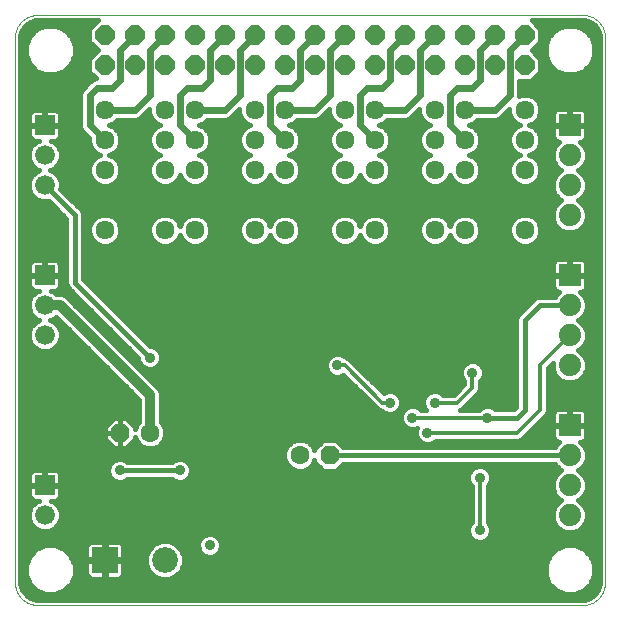
<source format=gbl>
G75*
%MOIN*%
%OFA0B0*%
%FSLAX24Y24*%
%IPPOS*%
%LPD*%
%AMOC8*
5,1,8,0,0,1.08239X$1,22.5*
%
%ADD10C,0.0000*%
%ADD11R,0.0740X0.0740*%
%ADD12C,0.0740*%
%ADD13R,0.0860X0.0860*%
%ADD14C,0.0860*%
%ADD15OC8,0.0630*%
%ADD16C,0.0630*%
%ADD17C,0.0634*%
%ADD18OC8,0.0640*%
%ADD19R,0.0660X0.0660*%
%ADD20C,0.0660*%
%ADD21C,0.0160*%
%ADD22C,0.0356*%
%ADD23C,0.0120*%
%ADD24C,0.0320*%
%ADD25C,0.0240*%
D10*
X000550Y001033D02*
X000550Y019144D01*
X000552Y019198D01*
X000557Y019251D01*
X000566Y019304D01*
X000579Y019356D01*
X000595Y019408D01*
X000615Y019458D01*
X000638Y019506D01*
X000665Y019553D01*
X000694Y019598D01*
X000727Y019641D01*
X000762Y019681D01*
X000800Y019719D01*
X000840Y019754D01*
X000883Y019787D01*
X000928Y019816D01*
X000975Y019843D01*
X001023Y019866D01*
X001073Y019886D01*
X001125Y019902D01*
X001177Y019915D01*
X001230Y019924D01*
X001283Y019929D01*
X001337Y019931D01*
X019448Y019931D01*
X019502Y019929D01*
X019555Y019924D01*
X019608Y019915D01*
X019660Y019902D01*
X019712Y019886D01*
X019762Y019866D01*
X019810Y019843D01*
X019857Y019816D01*
X019902Y019787D01*
X019945Y019754D01*
X019985Y019719D01*
X020023Y019681D01*
X020058Y019641D01*
X020091Y019598D01*
X020120Y019553D01*
X020147Y019506D01*
X020170Y019458D01*
X020190Y019408D01*
X020206Y019356D01*
X020219Y019304D01*
X020228Y019251D01*
X020233Y019198D01*
X020235Y019144D01*
X020235Y001033D01*
X020233Y000979D01*
X020228Y000926D01*
X020219Y000873D01*
X020206Y000821D01*
X020190Y000769D01*
X020170Y000719D01*
X020147Y000671D01*
X020120Y000624D01*
X020091Y000579D01*
X020058Y000536D01*
X020023Y000496D01*
X019985Y000458D01*
X019945Y000423D01*
X019902Y000390D01*
X019857Y000361D01*
X019810Y000334D01*
X019762Y000311D01*
X019712Y000291D01*
X019660Y000275D01*
X019608Y000262D01*
X019555Y000253D01*
X019502Y000248D01*
X019448Y000246D01*
X001337Y000246D01*
X001283Y000248D01*
X001230Y000253D01*
X001177Y000262D01*
X001125Y000275D01*
X001073Y000291D01*
X001023Y000311D01*
X000975Y000334D01*
X000928Y000361D01*
X000883Y000390D01*
X000840Y000423D01*
X000800Y000458D01*
X000762Y000496D01*
X000727Y000536D01*
X000694Y000579D01*
X000665Y000624D01*
X000638Y000671D01*
X000615Y000719D01*
X000595Y000769D01*
X000579Y000821D01*
X000566Y000873D01*
X000557Y000926D01*
X000552Y000979D01*
X000550Y001033D01*
D11*
X019050Y006246D03*
X019050Y011246D03*
X019050Y016246D03*
D12*
X019050Y015246D03*
X019050Y014246D03*
X019050Y013246D03*
X019050Y010246D03*
X019050Y009246D03*
X019050Y008246D03*
X019050Y005246D03*
X019050Y004246D03*
X019050Y003246D03*
D13*
X003550Y001746D03*
D14*
X005550Y001746D03*
D15*
X004050Y005996D03*
X011050Y005246D03*
D16*
X010050Y005246D03*
X005050Y005996D03*
D17*
X005550Y012746D03*
X006550Y012746D03*
X006550Y014746D03*
X006550Y015746D03*
X006550Y016746D03*
X005550Y016746D03*
X005550Y015746D03*
X005550Y014746D03*
X003550Y014746D03*
X003550Y015746D03*
X003550Y016746D03*
X003550Y012746D03*
X008550Y012746D03*
X009550Y012746D03*
X009550Y014746D03*
X009550Y015746D03*
X008550Y015746D03*
X008550Y014746D03*
X008550Y016746D03*
X009550Y016746D03*
X011550Y016746D03*
X012550Y016746D03*
X012550Y015746D03*
X012550Y014746D03*
X011550Y014746D03*
X011550Y015746D03*
X014550Y015746D03*
X014550Y014746D03*
X015550Y014746D03*
X015550Y015746D03*
X015550Y016746D03*
X014550Y016746D03*
X017550Y016746D03*
X017550Y015746D03*
X017550Y014746D03*
X017550Y012746D03*
X015550Y012746D03*
X014550Y012746D03*
X012550Y012746D03*
X011550Y012746D03*
D18*
X011550Y018246D03*
X011550Y019246D03*
X010550Y019246D03*
X009550Y019246D03*
X008550Y019246D03*
X007550Y019246D03*
X006550Y019246D03*
X005550Y019246D03*
X004550Y019246D03*
X003550Y019246D03*
X003550Y018246D03*
X004550Y018246D03*
X005550Y018246D03*
X006550Y018246D03*
X007550Y018246D03*
X008550Y018246D03*
X009550Y018246D03*
X010550Y018246D03*
X012550Y018246D03*
X012550Y019246D03*
X013550Y019246D03*
X014550Y019246D03*
X015550Y019246D03*
X016550Y019246D03*
X017550Y019246D03*
X017550Y018246D03*
X016550Y018246D03*
X015550Y018246D03*
X014550Y018246D03*
X013550Y018246D03*
D19*
X001550Y016246D03*
X001550Y011246D03*
X001550Y004246D03*
D20*
X001550Y003246D03*
X001550Y009246D03*
X001550Y010246D03*
X001550Y014246D03*
X001550Y015246D03*
D21*
X000796Y000758D02*
X000908Y000604D01*
X001062Y000492D01*
X001242Y000433D01*
X001337Y000426D01*
X019448Y000426D01*
X019543Y000433D01*
X019723Y000492D01*
X019877Y000604D01*
X019989Y000758D01*
X020048Y000938D01*
X020055Y001033D01*
X020055Y019144D01*
X020048Y019239D01*
X019989Y019419D01*
X019877Y019573D01*
X019723Y019685D01*
X019543Y019744D01*
X019448Y019751D01*
X017780Y019751D01*
X018070Y019461D01*
X018070Y019031D01*
X017785Y018746D01*
X018070Y018461D01*
X018070Y018031D01*
X017765Y017726D01*
X017370Y017726D01*
X017370Y017231D01*
X017447Y017263D01*
X017653Y017263D01*
X017843Y017184D01*
X017988Y017039D01*
X018067Y016849D01*
X018067Y016643D01*
X017988Y016453D01*
X017843Y016308D01*
X017693Y016246D01*
X017843Y016184D01*
X017988Y016039D01*
X018067Y015849D01*
X018067Y015643D01*
X017988Y015453D01*
X017843Y015308D01*
X017693Y015246D01*
X017843Y015184D01*
X017988Y015039D01*
X018067Y014849D01*
X018067Y014643D01*
X017988Y014453D01*
X017843Y014308D01*
X017653Y014229D01*
X017447Y014229D01*
X017257Y014308D01*
X017112Y014453D01*
X017033Y014643D01*
X017033Y014849D01*
X017112Y015039D01*
X017257Y015184D01*
X017407Y015246D01*
X017257Y015308D01*
X017112Y015453D01*
X017033Y015643D01*
X017033Y015849D01*
X017112Y016039D01*
X017257Y016184D01*
X017407Y016246D01*
X017257Y016308D01*
X017112Y016453D01*
X017033Y016643D01*
X017033Y016777D01*
X016731Y016475D01*
X016614Y016426D01*
X015961Y016426D01*
X015843Y016308D01*
X015693Y016246D01*
X015843Y016184D01*
X015988Y016039D01*
X016067Y015849D01*
X016067Y015643D01*
X015988Y015453D01*
X015843Y015308D01*
X015693Y015246D01*
X015843Y015184D01*
X015988Y015039D01*
X016067Y014849D01*
X016067Y014643D01*
X015988Y014453D01*
X015843Y014308D01*
X015653Y014229D01*
X015447Y014229D01*
X015257Y014308D01*
X015112Y014453D01*
X015050Y014603D01*
X014988Y014453D01*
X014843Y014308D01*
X014653Y014229D01*
X014447Y014229D01*
X014257Y014308D01*
X014112Y014453D01*
X014033Y014643D01*
X014033Y014849D01*
X014112Y015039D01*
X014257Y015184D01*
X014407Y015246D01*
X014257Y015308D01*
X014112Y015453D01*
X014033Y015643D01*
X014033Y015849D01*
X014112Y016039D01*
X014257Y016184D01*
X014407Y016246D01*
X014257Y016308D01*
X014112Y016453D01*
X014033Y016643D01*
X014033Y016777D01*
X013731Y016475D01*
X013614Y016426D01*
X012961Y016426D01*
X012843Y016308D01*
X012693Y016246D01*
X012843Y016184D01*
X012988Y016039D01*
X013067Y015849D01*
X013067Y015643D01*
X012988Y015453D01*
X012843Y015308D01*
X012693Y015246D01*
X012843Y015184D01*
X012988Y015039D01*
X013067Y014849D01*
X013067Y014643D01*
X012988Y014453D01*
X012843Y014308D01*
X012653Y014229D01*
X012447Y014229D01*
X012257Y014308D01*
X012112Y014453D01*
X012050Y014603D01*
X011988Y014453D01*
X011843Y014308D01*
X011653Y014229D01*
X011447Y014229D01*
X011257Y014308D01*
X011112Y014453D01*
X011033Y014643D01*
X011033Y014849D01*
X011112Y015039D01*
X011257Y015184D01*
X011407Y015246D01*
X011257Y015308D01*
X011112Y015453D01*
X011033Y015643D01*
X011033Y015849D01*
X011112Y016039D01*
X011257Y016184D01*
X011407Y016246D01*
X011257Y016308D01*
X011112Y016453D01*
X011033Y016643D01*
X011033Y016777D01*
X010731Y016475D01*
X010614Y016426D01*
X009961Y016426D01*
X009843Y016308D01*
X009693Y016246D01*
X009843Y016184D01*
X009988Y016039D01*
X010067Y015849D01*
X010067Y015643D01*
X009988Y015453D01*
X009843Y015308D01*
X009693Y015246D01*
X009843Y015184D01*
X009988Y015039D01*
X010067Y014849D01*
X010067Y014643D01*
X009988Y014453D01*
X009843Y014308D01*
X009653Y014229D01*
X009447Y014229D01*
X009257Y014308D01*
X009112Y014453D01*
X009050Y014603D01*
X008988Y014453D01*
X008843Y014308D01*
X008653Y014229D01*
X008447Y014229D01*
X008257Y014308D01*
X008112Y014453D01*
X008033Y014643D01*
X008033Y014849D01*
X008112Y015039D01*
X008257Y015184D01*
X008407Y015246D01*
X008257Y015308D01*
X008112Y015453D01*
X008033Y015643D01*
X008033Y015849D01*
X008112Y016039D01*
X008257Y016184D01*
X008407Y016246D01*
X008257Y016308D01*
X008112Y016453D01*
X008033Y016643D01*
X008033Y016777D01*
X007731Y016475D01*
X007614Y016426D01*
X006961Y016426D01*
X006843Y016308D01*
X006693Y016246D01*
X006843Y016184D01*
X006988Y016039D01*
X007067Y015849D01*
X007067Y015643D01*
X006988Y015453D01*
X006843Y015308D01*
X006693Y015246D01*
X006843Y015184D01*
X006988Y015039D01*
X007067Y014849D01*
X007067Y014643D01*
X006988Y014453D01*
X006843Y014308D01*
X006653Y014229D01*
X006447Y014229D01*
X006257Y014308D01*
X006112Y014453D01*
X006050Y014603D01*
X005988Y014453D01*
X005843Y014308D01*
X005653Y014229D01*
X005447Y014229D01*
X005257Y014308D01*
X005112Y014453D01*
X005033Y014643D01*
X005033Y014849D01*
X005112Y015039D01*
X005257Y015184D01*
X005407Y015246D01*
X005257Y015308D01*
X005112Y015453D01*
X005033Y015643D01*
X005033Y015849D01*
X005112Y016039D01*
X005257Y016184D01*
X005407Y016246D01*
X005257Y016308D01*
X005112Y016453D01*
X005033Y016643D01*
X005033Y016777D01*
X004731Y016475D01*
X004614Y016426D01*
X003961Y016426D01*
X003843Y016308D01*
X003693Y016246D01*
X003843Y016184D01*
X003988Y016039D01*
X004067Y015849D01*
X004067Y015643D01*
X003988Y015453D01*
X003843Y015308D01*
X003693Y015246D01*
X003843Y015184D01*
X003988Y015039D01*
X004067Y014849D01*
X004067Y014643D01*
X003988Y014453D01*
X003843Y014308D01*
X003653Y014229D01*
X003447Y014229D01*
X003257Y014308D01*
X003112Y014453D01*
X003033Y014643D01*
X003033Y014849D01*
X003112Y015039D01*
X003257Y015184D01*
X003407Y015246D01*
X003257Y015308D01*
X003112Y015453D01*
X003033Y015643D01*
X003033Y015810D01*
X002869Y015975D01*
X002779Y016065D01*
X002730Y016182D01*
X002730Y017310D01*
X002779Y017427D01*
X003029Y017677D01*
X003119Y017767D01*
X003236Y017816D01*
X003245Y017816D01*
X003030Y018031D01*
X003030Y018461D01*
X003315Y018746D01*
X003030Y019031D01*
X003030Y019461D01*
X003320Y019751D01*
X001337Y019751D01*
X001242Y019744D01*
X001062Y019685D01*
X000908Y019573D01*
X000796Y019419D01*
X000796Y019419D01*
X000737Y019239D01*
X000730Y019144D01*
X000730Y001033D01*
X000737Y000938D01*
X000796Y000758D01*
X000822Y000721D02*
X001318Y000721D01*
X001272Y000740D02*
X001570Y000617D01*
X001892Y000617D01*
X002190Y000740D01*
X002418Y000968D01*
X002541Y001266D01*
X002541Y001588D01*
X002418Y001886D01*
X002190Y002114D01*
X001892Y002237D01*
X001570Y002237D01*
X001272Y002114D01*
X001044Y001886D01*
X000921Y001588D01*
X000921Y001266D01*
X001044Y000968D01*
X001272Y000740D01*
X001133Y000880D02*
X000756Y000880D01*
X000730Y001038D02*
X001015Y001038D01*
X000950Y001197D02*
X000730Y001197D01*
X000730Y001355D02*
X000921Y001355D01*
X000921Y001514D02*
X000730Y001514D01*
X000730Y001672D02*
X000956Y001672D01*
X001022Y001831D02*
X000730Y001831D01*
X000730Y001989D02*
X001148Y001989D01*
X001355Y002148D02*
X000730Y002148D01*
X000730Y002306D02*
X002996Y002306D01*
X003009Y002320D02*
X002976Y002287D01*
X002952Y002245D01*
X002940Y002200D01*
X002940Y001774D01*
X003522Y001774D01*
X003522Y002356D01*
X003096Y002356D01*
X003051Y002344D01*
X003009Y002320D01*
X002940Y002148D02*
X002107Y002148D01*
X002314Y001989D02*
X002940Y001989D01*
X002940Y001831D02*
X002440Y001831D01*
X002506Y001672D02*
X002940Y001672D01*
X002940Y001718D02*
X002940Y001292D01*
X002952Y001247D01*
X002976Y001205D01*
X003009Y001172D01*
X003051Y001148D01*
X003096Y001136D01*
X003522Y001136D01*
X003522Y001718D01*
X003578Y001718D01*
X003578Y001136D01*
X004004Y001136D01*
X004049Y001148D01*
X004091Y001172D01*
X004124Y001205D01*
X004148Y001247D01*
X004160Y001292D01*
X004160Y001718D01*
X003578Y001718D01*
X003578Y001774D01*
X003522Y001774D01*
X003522Y001718D01*
X002940Y001718D01*
X002940Y001514D02*
X002541Y001514D01*
X002541Y001355D02*
X002940Y001355D01*
X002984Y001197D02*
X002512Y001197D01*
X002447Y001038D02*
X018338Y001038D01*
X018367Y000968D02*
X018595Y000740D01*
X018893Y000617D01*
X019215Y000617D01*
X019513Y000740D01*
X019741Y000968D01*
X019864Y001266D01*
X019864Y001588D01*
X019741Y001886D01*
X019513Y002114D01*
X019215Y002237D01*
X018893Y002237D01*
X018595Y002114D01*
X018367Y001886D01*
X018244Y001588D01*
X018244Y001266D01*
X018367Y000968D01*
X018456Y000880D02*
X002329Y000880D01*
X002144Y000721D02*
X018641Y000721D01*
X018273Y001197D02*
X005871Y001197D01*
X005907Y001212D02*
X006084Y001389D01*
X006180Y001621D01*
X006180Y001871D01*
X006084Y002103D01*
X005907Y002280D01*
X005675Y002376D01*
X005425Y002376D01*
X005193Y002280D01*
X005016Y002103D01*
X004920Y001871D01*
X004920Y001621D01*
X005016Y001389D01*
X005193Y001212D01*
X005425Y001116D01*
X005675Y001116D01*
X005907Y001212D01*
X006050Y001355D02*
X018244Y001355D01*
X018244Y001514D02*
X006136Y001514D01*
X006180Y001672D02*
X018279Y001672D01*
X018345Y001831D02*
X006180Y001831D01*
X006131Y001989D02*
X006772Y001989D01*
X006729Y002032D02*
X006836Y001925D01*
X006975Y001868D01*
X007125Y001868D01*
X007264Y001925D01*
X007371Y002032D01*
X007428Y002171D01*
X007428Y002321D01*
X007371Y002460D01*
X007264Y002567D01*
X007125Y002624D01*
X006975Y002624D01*
X006836Y002567D01*
X006729Y002460D01*
X006672Y002321D01*
X006672Y002171D01*
X006729Y002032D01*
X006681Y002148D02*
X006039Y002148D01*
X005843Y002306D02*
X006672Y002306D01*
X006734Y002465D02*
X000730Y002465D01*
X000730Y002624D02*
X006973Y002624D01*
X007127Y002624D02*
X015691Y002624D01*
X015672Y002671D02*
X015729Y002532D01*
X015836Y002425D01*
X015975Y002368D01*
X016125Y002368D01*
X016264Y002425D01*
X016371Y002532D01*
X016428Y002671D01*
X016428Y002821D01*
X016371Y002960D01*
X016310Y003021D01*
X016310Y004221D01*
X016371Y004282D01*
X016428Y004421D01*
X016428Y004571D01*
X016371Y004710D01*
X016264Y004817D01*
X016125Y004874D01*
X015975Y004874D01*
X015836Y004817D01*
X015729Y004710D01*
X015672Y004571D01*
X015672Y004421D01*
X015729Y004282D01*
X015790Y004221D01*
X015790Y003021D01*
X015729Y002960D01*
X015672Y002821D01*
X015672Y002671D01*
X015672Y002782D02*
X001815Y002782D01*
X001850Y002797D02*
X001999Y002946D01*
X002080Y003141D01*
X002080Y003351D01*
X001999Y003546D01*
X001850Y003695D01*
X001752Y003736D01*
X001904Y003736D01*
X001949Y003748D01*
X001991Y003772D01*
X002024Y003805D01*
X002048Y003847D01*
X002060Y003892D01*
X002060Y004228D01*
X001568Y004228D01*
X001568Y004264D01*
X002060Y004264D01*
X002060Y004600D01*
X002048Y004645D01*
X002024Y004687D01*
X001991Y004720D01*
X001949Y004744D01*
X001904Y004756D01*
X001568Y004756D01*
X001568Y004264D01*
X001532Y004264D01*
X001532Y004228D01*
X001040Y004228D01*
X001040Y003892D01*
X001052Y003847D01*
X001076Y003805D01*
X001109Y003772D01*
X001151Y003748D01*
X001196Y003736D01*
X001348Y003736D01*
X001250Y003695D01*
X001101Y003546D01*
X001020Y003351D01*
X001020Y003141D01*
X001101Y002946D01*
X001250Y002797D01*
X001445Y002716D01*
X001655Y002716D01*
X001850Y002797D01*
X001994Y002941D02*
X015721Y002941D01*
X015790Y003099D02*
X002063Y003099D01*
X002080Y003258D02*
X015790Y003258D01*
X015790Y003416D02*
X002053Y003416D01*
X001971Y003575D02*
X015790Y003575D01*
X015790Y003733D02*
X001759Y003733D01*
X002060Y003892D02*
X015790Y003892D01*
X015790Y004050D02*
X002060Y004050D01*
X002060Y004209D02*
X015790Y004209D01*
X015694Y004367D02*
X002060Y004367D01*
X002060Y004526D02*
X003736Y004526D01*
X003729Y004532D02*
X003836Y004425D01*
X003975Y004368D01*
X004125Y004368D01*
X004264Y004425D01*
X004305Y004466D01*
X005795Y004466D01*
X005836Y004425D01*
X005975Y004368D01*
X006125Y004368D01*
X006264Y004425D01*
X006371Y004532D01*
X006428Y004671D01*
X006428Y004821D01*
X006371Y004960D01*
X006264Y005067D01*
X006125Y005124D01*
X005975Y005124D01*
X005836Y005067D01*
X005795Y005026D01*
X004305Y005026D01*
X004264Y005067D01*
X004125Y005124D01*
X003975Y005124D01*
X003836Y005067D01*
X003729Y004960D01*
X003672Y004821D01*
X003672Y004671D01*
X003729Y004532D01*
X003672Y004684D02*
X002025Y004684D01*
X001568Y004684D02*
X001532Y004684D01*
X001532Y004756D02*
X001196Y004756D01*
X001151Y004744D01*
X001109Y004720D01*
X001076Y004687D01*
X001052Y004645D01*
X001040Y004600D01*
X001040Y004264D01*
X001532Y004264D01*
X001532Y004756D01*
X001532Y004526D02*
X001568Y004526D01*
X001568Y004367D02*
X001532Y004367D01*
X001075Y004684D02*
X000730Y004684D01*
X000730Y004526D02*
X001040Y004526D01*
X001040Y004367D02*
X000730Y004367D01*
X000730Y004209D02*
X001040Y004209D01*
X001040Y004050D02*
X000730Y004050D01*
X000730Y003892D02*
X001040Y003892D01*
X001129Y003575D02*
X000730Y003575D01*
X000730Y003733D02*
X001341Y003733D01*
X001047Y003416D02*
X000730Y003416D01*
X000730Y003258D02*
X001020Y003258D01*
X001037Y003099D02*
X000730Y003099D01*
X000730Y002941D02*
X001106Y002941D01*
X001285Y002782D02*
X000730Y002782D01*
X000730Y004843D02*
X003681Y004843D01*
X003770Y005001D02*
X000730Y005001D01*
X000730Y005160D02*
X009535Y005160D01*
X009535Y005144D02*
X009613Y004954D01*
X009758Y004809D01*
X009948Y004731D01*
X010152Y004731D01*
X010342Y004809D01*
X010487Y004954D01*
X010535Y005071D01*
X010535Y005033D01*
X010837Y004731D01*
X011263Y004731D01*
X011498Y004966D01*
X018549Y004966D01*
X018567Y004923D01*
X018727Y004763D01*
X018768Y004746D01*
X018727Y004729D01*
X018567Y004569D01*
X018480Y004359D01*
X018480Y004133D01*
X018567Y003923D01*
X018727Y003763D01*
X018768Y003746D01*
X018727Y003729D01*
X018567Y003569D01*
X018480Y003359D01*
X018480Y003133D01*
X018567Y002923D01*
X018727Y002763D01*
X018937Y002676D01*
X019163Y002676D01*
X019373Y002763D01*
X019533Y002923D01*
X019620Y003133D01*
X019620Y003359D01*
X019533Y003569D01*
X019373Y003729D01*
X019332Y003746D01*
X019373Y003763D01*
X019533Y003923D01*
X019620Y004133D01*
X019620Y004359D01*
X019533Y004569D01*
X019373Y004729D01*
X019332Y004746D01*
X019373Y004763D01*
X019533Y004923D01*
X019620Y005133D01*
X019620Y005359D01*
X019533Y005569D01*
X019406Y005696D01*
X019444Y005696D01*
X019489Y005708D01*
X019531Y005732D01*
X019564Y005765D01*
X019588Y005807D01*
X019600Y005852D01*
X019600Y006226D01*
X019070Y006226D01*
X019070Y006266D01*
X019030Y006266D01*
X019030Y006796D01*
X018656Y006796D01*
X018611Y006784D01*
X018569Y006760D01*
X018536Y006727D01*
X018512Y006685D01*
X018500Y006640D01*
X018500Y006266D01*
X019030Y006266D01*
X019030Y006226D01*
X018500Y006226D01*
X018500Y005852D01*
X018512Y005807D01*
X018536Y005765D01*
X018569Y005732D01*
X018611Y005708D01*
X018656Y005696D01*
X018694Y005696D01*
X018567Y005569D01*
X018549Y005526D01*
X011498Y005526D01*
X011263Y005761D01*
X010837Y005761D01*
X010535Y005459D01*
X010535Y005421D01*
X010487Y005538D01*
X010342Y005683D01*
X010152Y005761D01*
X009948Y005761D01*
X009758Y005683D01*
X009613Y005538D01*
X009535Y005348D01*
X009535Y005144D01*
X009594Y005001D02*
X006330Y005001D01*
X006419Y004843D02*
X009725Y004843D01*
X009535Y005318D02*
X000730Y005318D01*
X000730Y005477D02*
X009588Y005477D01*
X009711Y005635D02*
X005417Y005635D01*
X005487Y005704D02*
X005342Y005559D01*
X005152Y005481D01*
X004948Y005481D01*
X004758Y005559D01*
X004613Y005704D01*
X004545Y005869D01*
X004545Y005791D01*
X004255Y005501D01*
X004050Y005501D01*
X004050Y005996D01*
X004050Y005996D01*
X004050Y006491D01*
X004255Y006491D01*
X004545Y006201D01*
X004545Y006123D01*
X004613Y006288D01*
X004690Y006364D01*
X004690Y007097D01*
X001920Y009867D01*
X001850Y009797D01*
X001728Y009746D01*
X001850Y009695D01*
X001999Y009546D01*
X002080Y009351D01*
X002080Y009141D01*
X001999Y008946D01*
X001850Y008797D01*
X001655Y008716D01*
X001445Y008716D01*
X001250Y008797D01*
X001101Y008946D01*
X001020Y009141D01*
X001020Y009351D01*
X001101Y009546D01*
X001250Y009695D01*
X001372Y009746D01*
X001250Y009797D01*
X001101Y009946D01*
X001020Y010141D01*
X001020Y010351D01*
X001101Y010546D01*
X001250Y010695D01*
X001348Y010736D01*
X001196Y010736D01*
X001151Y010748D01*
X001109Y010772D01*
X001076Y010805D01*
X001052Y010847D01*
X001040Y010892D01*
X001040Y011226D01*
X001530Y011226D01*
X001530Y011266D01*
X001530Y011756D01*
X001196Y011756D01*
X001151Y011744D01*
X001109Y011720D01*
X001076Y011687D01*
X001052Y011645D01*
X001040Y011600D01*
X001040Y011266D01*
X001530Y011266D01*
X001570Y011266D01*
X001570Y011756D01*
X001904Y011756D01*
X001949Y011744D01*
X001991Y011720D01*
X002024Y011687D01*
X002048Y011645D01*
X002060Y011600D01*
X002060Y011266D01*
X001570Y011266D01*
X001570Y011226D01*
X002060Y011226D01*
X002060Y010892D01*
X002048Y010847D01*
X002024Y010805D01*
X001991Y010772D01*
X001949Y010748D01*
X001904Y010736D01*
X001752Y010736D01*
X001850Y010695D01*
X001940Y010606D01*
X002122Y010606D01*
X002254Y010551D01*
X002355Y010450D01*
X002355Y010450D01*
X005355Y007450D01*
X005410Y007318D01*
X005410Y006364D01*
X005487Y006288D01*
X005565Y006098D01*
X005565Y005894D01*
X005487Y005704D01*
X005524Y005794D02*
X013975Y005794D01*
X013979Y005782D02*
X014086Y005675D01*
X014225Y005618D01*
X014375Y005618D01*
X014514Y005675D01*
X014575Y005736D01*
X017352Y005736D01*
X017447Y005776D01*
X018197Y006526D01*
X018270Y006599D01*
X018310Y006694D01*
X018310Y008138D01*
X018480Y008308D01*
X018480Y008133D01*
X018567Y007923D01*
X018727Y007763D01*
X018937Y007676D01*
X019163Y007676D01*
X019373Y007763D01*
X019533Y007923D01*
X019620Y008133D01*
X019620Y008359D01*
X019533Y008569D01*
X019373Y008729D01*
X019332Y008746D01*
X019373Y008763D01*
X019533Y008923D01*
X019620Y009133D01*
X019620Y009359D01*
X019533Y009569D01*
X019373Y009729D01*
X019332Y009746D01*
X019373Y009763D01*
X019533Y009923D01*
X019620Y010133D01*
X019620Y010359D01*
X019533Y010569D01*
X019406Y010696D01*
X019444Y010696D01*
X019489Y010708D01*
X019531Y010732D01*
X019564Y010765D01*
X019588Y010807D01*
X019600Y010852D01*
X019600Y011226D01*
X019070Y011226D01*
X019070Y011266D01*
X019030Y011266D01*
X019030Y011796D01*
X018656Y011796D01*
X018611Y011784D01*
X018569Y011760D01*
X018536Y011727D01*
X018512Y011685D01*
X018500Y011640D01*
X018500Y011266D01*
X019030Y011266D01*
X019030Y011226D01*
X018500Y011226D01*
X018500Y010852D01*
X018512Y010807D01*
X018536Y010765D01*
X018569Y010732D01*
X018611Y010708D01*
X018656Y010696D01*
X018694Y010696D01*
X018567Y010569D01*
X018549Y010526D01*
X017994Y010526D01*
X017891Y010483D01*
X017813Y010405D01*
X017313Y009905D01*
X017270Y009802D01*
X017270Y006862D01*
X017184Y006776D01*
X016555Y006776D01*
X016514Y006817D01*
X016375Y006874D01*
X016225Y006874D01*
X016086Y006817D01*
X016025Y006756D01*
X015400Y006756D01*
X015447Y006776D01*
X015947Y007276D01*
X016020Y007349D01*
X016060Y007444D01*
X016060Y007721D01*
X016121Y007782D01*
X016178Y007921D01*
X016178Y008071D01*
X016121Y008210D01*
X016014Y008317D01*
X015875Y008374D01*
X015725Y008374D01*
X015586Y008317D01*
X015479Y008210D01*
X015422Y008071D01*
X015422Y007921D01*
X015479Y007782D01*
X015540Y007721D01*
X015540Y007604D01*
X015192Y007256D01*
X014825Y007256D01*
X014764Y007317D01*
X014625Y007374D01*
X014475Y007374D01*
X014336Y007317D01*
X014229Y007210D01*
X014172Y007071D01*
X014172Y006921D01*
X014229Y006782D01*
X014255Y006756D01*
X014075Y006756D01*
X014014Y006817D01*
X013875Y006874D01*
X013725Y006874D01*
X013586Y006817D01*
X013479Y006710D01*
X013422Y006571D01*
X013422Y006421D01*
X013479Y006282D01*
X013586Y006175D01*
X013725Y006118D01*
X013875Y006118D01*
X013955Y006151D01*
X013922Y006071D01*
X013922Y005921D01*
X013979Y005782D01*
X013922Y005952D02*
X005565Y005952D01*
X005560Y006111D02*
X013938Y006111D01*
X013492Y006269D02*
X005494Y006269D01*
X005410Y006428D02*
X013422Y006428D01*
X013428Y006586D02*
X005410Y006586D01*
X005410Y006745D02*
X012728Y006745D01*
X012748Y006736D02*
X012775Y006736D01*
X012836Y006675D01*
X012975Y006618D01*
X013125Y006618D01*
X013264Y006675D01*
X013371Y006782D01*
X013428Y006921D01*
X013428Y007071D01*
X013371Y007210D01*
X013264Y007317D01*
X013125Y007374D01*
X012975Y007374D01*
X012844Y007320D01*
X011770Y008393D01*
X011697Y008466D01*
X011602Y008506D01*
X011575Y008506D01*
X011514Y008567D01*
X011375Y008624D01*
X011225Y008624D01*
X011086Y008567D01*
X010979Y008460D01*
X010922Y008321D01*
X010922Y008171D01*
X005253Y008171D01*
X005264Y008175D02*
X005371Y008282D01*
X005428Y008421D01*
X005428Y008571D01*
X005371Y008710D01*
X005264Y008817D01*
X005125Y008874D01*
X005068Y008874D01*
X002830Y011112D01*
X002830Y013302D01*
X002787Y013405D01*
X002072Y014120D01*
X002080Y014141D01*
X002080Y014351D01*
X001999Y014546D01*
X001850Y014695D01*
X001728Y014746D01*
X001850Y014797D01*
X001999Y014946D01*
X002080Y015141D01*
X002080Y015351D01*
X001999Y015546D01*
X001850Y015695D01*
X001752Y015736D01*
X001904Y015736D01*
X001949Y015748D01*
X001991Y015772D01*
X002024Y015805D01*
X002048Y015847D01*
X002060Y015892D01*
X002060Y016226D01*
X001570Y016226D01*
X001570Y016266D01*
X001530Y016266D01*
X001530Y016756D01*
X001196Y016756D01*
X001151Y016744D01*
X001109Y016720D01*
X001076Y016687D01*
X001052Y016645D01*
X001040Y016600D01*
X001040Y016266D01*
X001530Y016266D01*
X001530Y016226D01*
X001040Y016226D01*
X001040Y015892D01*
X001052Y015847D01*
X001076Y015805D01*
X001109Y015772D01*
X001151Y015748D01*
X001196Y015736D01*
X001348Y015736D01*
X001250Y015695D01*
X001101Y015546D01*
X001020Y015351D01*
X001020Y015141D01*
X001101Y014946D01*
X001250Y014797D01*
X001372Y014746D01*
X001250Y014695D01*
X001101Y014546D01*
X001020Y014351D01*
X001020Y014141D01*
X001101Y013946D01*
X001250Y013797D01*
X001445Y013716D01*
X001655Y013716D01*
X001676Y013724D01*
X002270Y013130D01*
X002270Y010940D01*
X002313Y010837D01*
X002391Y010759D01*
X004672Y008478D01*
X004672Y008421D01*
X004729Y008282D01*
X004836Y008175D01*
X004975Y008118D01*
X005125Y008118D01*
X005264Y008175D01*
X005390Y008330D02*
X010925Y008330D01*
X010922Y008171D02*
X010979Y008032D01*
X011086Y007925D01*
X011225Y007868D01*
X011375Y007868D01*
X011506Y007922D01*
X012653Y006776D01*
X012748Y006736D01*
X012525Y006903D02*
X005410Y006903D01*
X005410Y007062D02*
X012367Y007062D01*
X012208Y007220D02*
X005410Y007220D01*
X005385Y007379D02*
X012050Y007379D01*
X011891Y007537D02*
X005268Y007537D01*
X005110Y007696D02*
X011733Y007696D01*
X011574Y007854D02*
X004951Y007854D01*
X004793Y008013D02*
X010999Y008013D01*
X011007Y008488D02*
X005428Y008488D01*
X005397Y008647D02*
X017270Y008647D01*
X017270Y008805D02*
X005276Y008805D01*
X004978Y008964D02*
X017270Y008964D01*
X017270Y009122D02*
X004820Y009122D01*
X004661Y009281D02*
X017270Y009281D01*
X017270Y009439D02*
X004503Y009439D01*
X004344Y009598D02*
X017270Y009598D01*
X017270Y009756D02*
X004186Y009756D01*
X004027Y009915D02*
X017323Y009915D01*
X017481Y010073D02*
X003869Y010073D01*
X003710Y010232D02*
X017640Y010232D01*
X017798Y010390D02*
X003552Y010390D01*
X003393Y010549D02*
X018558Y010549D01*
X018615Y010707D02*
X003235Y010707D01*
X003076Y010866D02*
X018500Y010866D01*
X018500Y011024D02*
X002918Y011024D01*
X002830Y011183D02*
X018500Y011183D01*
X018500Y011341D02*
X002830Y011341D01*
X002830Y011500D02*
X018500Y011500D01*
X018505Y011658D02*
X002830Y011658D01*
X002830Y011817D02*
X020055Y011817D01*
X020055Y011975D02*
X002830Y011975D01*
X002830Y012134D02*
X020055Y012134D01*
X020055Y012292D02*
X017805Y012292D01*
X017843Y012308D02*
X017988Y012453D01*
X018067Y012643D01*
X018067Y012849D01*
X017988Y013039D01*
X017843Y013184D01*
X017653Y013263D01*
X017447Y013263D01*
X017257Y013184D01*
X017112Y013039D01*
X017033Y012849D01*
X017033Y012643D01*
X017112Y012453D01*
X017257Y012308D01*
X017447Y012229D01*
X017653Y012229D01*
X017843Y012308D01*
X017985Y012451D02*
X020055Y012451D01*
X020055Y012609D02*
X018053Y012609D01*
X018067Y012768D02*
X018722Y012768D01*
X018727Y012763D02*
X018937Y012676D01*
X019163Y012676D01*
X019373Y012763D01*
X019533Y012923D01*
X019620Y013133D01*
X019620Y013359D01*
X019533Y013569D01*
X019373Y013729D01*
X019332Y013746D01*
X019373Y013763D01*
X019533Y013923D01*
X019620Y014133D01*
X019620Y014359D01*
X019533Y014569D01*
X019373Y014729D01*
X019332Y014746D01*
X019373Y014763D01*
X019533Y014923D01*
X019620Y015133D01*
X019620Y015359D01*
X019533Y015569D01*
X019406Y015696D01*
X019444Y015696D01*
X019489Y015708D01*
X019531Y015732D01*
X019564Y015765D01*
X019588Y015807D01*
X019600Y015852D01*
X019600Y016226D01*
X019070Y016226D01*
X019070Y016266D01*
X019030Y016266D01*
X019030Y016796D01*
X018656Y016796D01*
X018611Y016784D01*
X018569Y016760D01*
X018536Y016727D01*
X018512Y016685D01*
X018500Y016640D01*
X018500Y016266D01*
X019030Y016266D01*
X019030Y016226D01*
X018500Y016226D01*
X018500Y015852D01*
X018512Y015807D01*
X018536Y015765D01*
X018569Y015732D01*
X018611Y015708D01*
X018656Y015696D01*
X018694Y015696D01*
X018567Y015569D01*
X018480Y015359D01*
X018480Y015133D01*
X018567Y014923D01*
X018727Y014763D01*
X018768Y014746D01*
X018727Y014729D01*
X018567Y014569D01*
X018480Y014359D01*
X018480Y014133D01*
X018567Y013923D01*
X018727Y013763D01*
X018768Y013746D01*
X018727Y013729D01*
X018567Y013569D01*
X018480Y013359D01*
X018480Y013133D01*
X018567Y012923D01*
X018727Y012763D01*
X018566Y012926D02*
X018035Y012926D01*
X017942Y013085D02*
X018500Y013085D01*
X018480Y013243D02*
X017701Y013243D01*
X017399Y013243D02*
X015701Y013243D01*
X015653Y013263D02*
X015447Y013263D01*
X015257Y013184D01*
X015112Y013039D01*
X015050Y012889D01*
X014988Y013039D01*
X014843Y013184D01*
X014653Y013263D01*
X014447Y013263D01*
X014257Y013184D01*
X014112Y013039D01*
X014033Y012849D01*
X014033Y012643D01*
X014112Y012453D01*
X014257Y012308D01*
X014447Y012229D01*
X014653Y012229D01*
X014843Y012308D01*
X014988Y012453D01*
X015050Y012603D01*
X015112Y012453D01*
X015257Y012308D01*
X015447Y012229D01*
X015653Y012229D01*
X015843Y012308D01*
X015988Y012453D01*
X016067Y012643D01*
X016067Y012849D01*
X015988Y013039D01*
X015843Y013184D01*
X015653Y013263D01*
X015942Y013085D02*
X017158Y013085D01*
X017065Y012926D02*
X016035Y012926D01*
X016067Y012768D02*
X017033Y012768D01*
X017047Y012609D02*
X016053Y012609D01*
X015985Y012451D02*
X017115Y012451D01*
X017295Y012292D02*
X015805Y012292D01*
X015295Y012292D02*
X014805Y012292D01*
X014985Y012451D02*
X015115Y012451D01*
X015065Y012926D02*
X015035Y012926D01*
X014942Y013085D02*
X015158Y013085D01*
X015399Y013243D02*
X014701Y013243D01*
X014399Y013243D02*
X012701Y013243D01*
X012653Y013263D02*
X012447Y013263D01*
X012257Y013184D01*
X012112Y013039D01*
X012050Y012889D01*
X011988Y013039D01*
X011843Y013184D01*
X011653Y013263D01*
X011447Y013263D01*
X011257Y013184D01*
X011112Y013039D01*
X011033Y012849D01*
X011033Y012643D01*
X011112Y012453D01*
X011257Y012308D01*
X011447Y012229D01*
X011653Y012229D01*
X011843Y012308D01*
X011988Y012453D01*
X012050Y012603D01*
X012112Y012453D01*
X012257Y012308D01*
X012447Y012229D01*
X012653Y012229D01*
X012843Y012308D01*
X012988Y012453D01*
X013067Y012643D01*
X013067Y012849D01*
X012988Y013039D01*
X012843Y013184D01*
X012653Y013263D01*
X012399Y013243D02*
X011701Y013243D01*
X011942Y013085D02*
X012158Y013085D01*
X012065Y012926D02*
X012035Y012926D01*
X011985Y012451D02*
X012115Y012451D01*
X012295Y012292D02*
X011805Y012292D01*
X011295Y012292D02*
X009805Y012292D01*
X009843Y012308D02*
X009988Y012453D01*
X010067Y012643D01*
X010067Y012849D01*
X009988Y013039D01*
X009843Y013184D01*
X009653Y013263D01*
X009447Y013263D01*
X009257Y013184D01*
X009112Y013039D01*
X009050Y012889D01*
X008988Y013039D01*
X008843Y013184D01*
X008653Y013263D01*
X008447Y013263D01*
X008257Y013184D01*
X008112Y013039D01*
X008033Y012849D01*
X008033Y012643D01*
X008112Y012453D01*
X008257Y012308D01*
X008447Y012229D01*
X008653Y012229D01*
X008843Y012308D01*
X008988Y012453D01*
X009050Y012603D01*
X009112Y012453D01*
X009257Y012308D01*
X009447Y012229D01*
X009653Y012229D01*
X009843Y012308D01*
X009985Y012451D02*
X011115Y012451D01*
X011047Y012609D02*
X010053Y012609D01*
X010067Y012768D02*
X011033Y012768D01*
X011065Y012926D02*
X010035Y012926D01*
X009942Y013085D02*
X011158Y013085D01*
X011399Y013243D02*
X009701Y013243D01*
X009399Y013243D02*
X008701Y013243D01*
X008942Y013085D02*
X009158Y013085D01*
X009065Y012926D02*
X009035Y012926D01*
X008985Y012451D02*
X009115Y012451D01*
X009295Y012292D02*
X008805Y012292D01*
X008295Y012292D02*
X006805Y012292D01*
X006843Y012308D02*
X006988Y012453D01*
X007067Y012643D01*
X007067Y012849D01*
X006988Y013039D01*
X006843Y013184D01*
X006653Y013263D01*
X006447Y013263D01*
X006257Y013184D01*
X006112Y013039D01*
X006050Y012889D01*
X005988Y013039D01*
X005843Y013184D01*
X005653Y013263D01*
X005447Y013263D01*
X005257Y013184D01*
X005112Y013039D01*
X005033Y012849D01*
X005033Y012643D01*
X005112Y012453D01*
X005257Y012308D01*
X005447Y012229D01*
X005653Y012229D01*
X005843Y012308D01*
X005988Y012453D01*
X006050Y012603D01*
X006112Y012453D01*
X006257Y012308D01*
X006447Y012229D01*
X006653Y012229D01*
X006843Y012308D01*
X006985Y012451D02*
X008115Y012451D01*
X008047Y012609D02*
X007053Y012609D01*
X007067Y012768D02*
X008033Y012768D01*
X008065Y012926D02*
X007035Y012926D01*
X006942Y013085D02*
X008158Y013085D01*
X008399Y013243D02*
X006701Y013243D01*
X006399Y013243D02*
X005701Y013243D01*
X005942Y013085D02*
X006158Y013085D01*
X006065Y012926D02*
X006035Y012926D01*
X005985Y012451D02*
X006115Y012451D01*
X006295Y012292D02*
X005805Y012292D01*
X005295Y012292D02*
X003805Y012292D01*
X003843Y012308D02*
X003988Y012453D01*
X004067Y012643D01*
X004067Y012849D01*
X003988Y013039D01*
X003843Y013184D01*
X003653Y013263D01*
X003447Y013263D01*
X003257Y013184D01*
X003112Y013039D01*
X003033Y012849D01*
X003033Y012643D01*
X003112Y012453D01*
X003257Y012308D01*
X003447Y012229D01*
X003653Y012229D01*
X003843Y012308D01*
X003985Y012451D02*
X005115Y012451D01*
X005047Y012609D02*
X004053Y012609D01*
X004067Y012768D02*
X005033Y012768D01*
X005065Y012926D02*
X004035Y012926D01*
X003942Y013085D02*
X005158Y013085D01*
X005399Y013243D02*
X003701Y013243D01*
X003399Y013243D02*
X002830Y013243D01*
X002830Y013085D02*
X003158Y013085D01*
X003065Y012926D02*
X002830Y012926D01*
X002830Y012768D02*
X003033Y012768D01*
X003047Y012609D02*
X002830Y012609D01*
X002830Y012451D02*
X003115Y012451D01*
X003295Y012292D02*
X002830Y012292D01*
X002270Y012292D02*
X000730Y012292D01*
X000730Y012134D02*
X002270Y012134D01*
X002270Y011975D02*
X000730Y011975D01*
X000730Y011817D02*
X002270Y011817D01*
X002270Y011658D02*
X002040Y011658D01*
X002060Y011500D02*
X002270Y011500D01*
X002270Y011341D02*
X002060Y011341D01*
X002060Y011183D02*
X002270Y011183D01*
X002270Y011024D02*
X002060Y011024D01*
X002053Y010866D02*
X002301Y010866D01*
X002443Y010707D02*
X001822Y010707D01*
X002257Y010549D02*
X002602Y010549D01*
X002760Y010390D02*
X002415Y010390D01*
X002574Y010232D02*
X002919Y010232D01*
X003077Y010073D02*
X002732Y010073D01*
X002891Y009915D02*
X003236Y009915D01*
X003394Y009756D02*
X003049Y009756D01*
X003208Y009598D02*
X003553Y009598D01*
X003711Y009439D02*
X003366Y009439D01*
X003525Y009281D02*
X003870Y009281D01*
X004028Y009122D02*
X003683Y009122D01*
X003842Y008964D02*
X004187Y008964D01*
X004345Y008805D02*
X004000Y008805D01*
X004159Y008647D02*
X004504Y008647D01*
X004662Y008488D02*
X004317Y008488D01*
X004476Y008330D02*
X004710Y008330D01*
X004634Y008171D02*
X004847Y008171D01*
X005050Y008496D02*
X002550Y010996D01*
X002550Y013246D01*
X001550Y014246D01*
X001169Y013877D02*
X000730Y013877D01*
X000730Y013719D02*
X001438Y013719D01*
X001662Y013719D02*
X001681Y013719D01*
X001840Y013560D02*
X000730Y013560D01*
X000730Y013402D02*
X001998Y013402D01*
X002157Y013243D02*
X000730Y013243D01*
X000730Y013085D02*
X002270Y013085D01*
X002270Y012926D02*
X000730Y012926D01*
X000730Y012768D02*
X002270Y012768D01*
X002270Y012609D02*
X000730Y012609D01*
X000730Y012451D02*
X002270Y012451D01*
X001570Y011658D02*
X001530Y011658D01*
X001530Y011500D02*
X001570Y011500D01*
X001570Y011341D02*
X001530Y011341D01*
X001060Y011658D02*
X000730Y011658D01*
X000730Y011500D02*
X001040Y011500D01*
X001040Y011341D02*
X000730Y011341D01*
X000730Y011183D02*
X001040Y011183D01*
X001040Y011024D02*
X000730Y011024D01*
X000730Y010866D02*
X001047Y010866D01*
X001278Y010707D02*
X000730Y010707D01*
X000730Y010549D02*
X001103Y010549D01*
X001036Y010390D02*
X000730Y010390D01*
X000730Y010232D02*
X001020Y010232D01*
X001048Y010073D02*
X000730Y010073D01*
X000730Y009915D02*
X001132Y009915D01*
X001348Y009756D02*
X000730Y009756D01*
X000730Y009598D02*
X001152Y009598D01*
X001056Y009439D02*
X000730Y009439D01*
X000730Y009281D02*
X001020Y009281D01*
X001028Y009122D02*
X000730Y009122D01*
X000730Y008964D02*
X001093Y008964D01*
X001241Y008805D02*
X000730Y008805D01*
X000730Y008647D02*
X003140Y008647D01*
X002982Y008805D02*
X001859Y008805D01*
X002007Y008964D02*
X002823Y008964D01*
X002665Y009122D02*
X002072Y009122D01*
X002080Y009281D02*
X002506Y009281D01*
X002348Y009439D02*
X002044Y009439D01*
X001948Y009598D02*
X002189Y009598D01*
X002031Y009756D02*
X001752Y009756D01*
X000730Y008488D02*
X003299Y008488D01*
X003457Y008330D02*
X000730Y008330D01*
X000730Y008171D02*
X003616Y008171D01*
X003774Y008013D02*
X000730Y008013D01*
X000730Y007854D02*
X003933Y007854D01*
X004091Y007696D02*
X000730Y007696D01*
X000730Y007537D02*
X004250Y007537D01*
X004408Y007379D02*
X000730Y007379D01*
X000730Y007220D02*
X004567Y007220D01*
X004690Y007062D02*
X000730Y007062D01*
X000730Y006903D02*
X004690Y006903D01*
X004690Y006745D02*
X000730Y006745D01*
X000730Y006586D02*
X004690Y006586D01*
X004690Y006428D02*
X004319Y006428D01*
X004477Y006269D02*
X004606Y006269D01*
X004576Y005794D02*
X004545Y005794D01*
X004683Y005635D02*
X004389Y005635D01*
X004050Y005635D02*
X004050Y005635D01*
X004050Y005501D02*
X003845Y005501D01*
X003555Y005791D01*
X003555Y005996D01*
X004050Y005996D01*
X004050Y006491D01*
X003845Y006491D01*
X003555Y006201D01*
X003555Y005996D01*
X004050Y005996D01*
X004050Y005996D01*
X004050Y005996D01*
X004050Y005501D01*
X004050Y005794D02*
X004050Y005794D01*
X004050Y005952D02*
X004050Y005952D01*
X004050Y006111D02*
X004050Y006111D01*
X004050Y006269D02*
X004050Y006269D01*
X004050Y006428D02*
X004050Y006428D01*
X003781Y006428D02*
X000730Y006428D01*
X000730Y006269D02*
X003623Y006269D01*
X003555Y006111D02*
X000730Y006111D01*
X000730Y005952D02*
X003555Y005952D01*
X003555Y005794D02*
X000730Y005794D01*
X000730Y005635D02*
X003711Y005635D01*
X004050Y004746D02*
X006050Y004746D01*
X006428Y004684D02*
X015719Y004684D01*
X015672Y004526D02*
X006364Y004526D01*
X007366Y002465D02*
X015796Y002465D01*
X016304Y002465D02*
X020055Y002465D01*
X020055Y002306D02*
X007428Y002306D01*
X007419Y002148D02*
X018678Y002148D01*
X018471Y001989D02*
X007328Y001989D01*
X005257Y002306D02*
X004104Y002306D01*
X004091Y002320D02*
X004049Y002344D01*
X004004Y002356D01*
X003578Y002356D01*
X003578Y001774D01*
X004160Y001774D01*
X004160Y002200D01*
X004148Y002245D01*
X004124Y002287D01*
X004091Y002320D01*
X004160Y002148D02*
X005061Y002148D01*
X004969Y001989D02*
X004160Y001989D01*
X004160Y001831D02*
X004920Y001831D01*
X004920Y001672D02*
X004160Y001672D01*
X004160Y001514D02*
X004964Y001514D01*
X005050Y001355D02*
X004160Y001355D01*
X004116Y001197D02*
X005229Y001197D01*
X003578Y001197D02*
X003522Y001197D01*
X003522Y001355D02*
X003578Y001355D01*
X003578Y001514D02*
X003522Y001514D01*
X003522Y001672D02*
X003578Y001672D01*
X003578Y001831D02*
X003522Y001831D01*
X003522Y001989D02*
X003578Y001989D01*
X003578Y002148D02*
X003522Y002148D01*
X003522Y002306D02*
X003578Y002306D01*
X000964Y000563D02*
X019821Y000563D01*
X019963Y000721D02*
X019467Y000721D01*
X019652Y000880D02*
X020029Y000880D01*
X020055Y001038D02*
X019770Y001038D01*
X019835Y001197D02*
X020055Y001197D01*
X020055Y001355D02*
X019864Y001355D01*
X019864Y001514D02*
X020055Y001514D01*
X020055Y001672D02*
X019829Y001672D01*
X019763Y001831D02*
X020055Y001831D01*
X020055Y001989D02*
X019637Y001989D01*
X019430Y002148D02*
X020055Y002148D01*
X020055Y002624D02*
X016409Y002624D01*
X016428Y002782D02*
X018708Y002782D01*
X018560Y002941D02*
X016379Y002941D01*
X016310Y003099D02*
X018494Y003099D01*
X018480Y003258D02*
X016310Y003258D01*
X016310Y003416D02*
X018503Y003416D01*
X018572Y003575D02*
X016310Y003575D01*
X016310Y003733D02*
X018736Y003733D01*
X018598Y003892D02*
X016310Y003892D01*
X016310Y004050D02*
X018514Y004050D01*
X018480Y004209D02*
X016310Y004209D01*
X016406Y004367D02*
X018483Y004367D01*
X018549Y004526D02*
X016428Y004526D01*
X016381Y004684D02*
X018682Y004684D01*
X018647Y004843D02*
X016202Y004843D01*
X015898Y004843D02*
X011375Y004843D01*
X011050Y005246D02*
X019050Y005246D01*
X019453Y004843D02*
X020055Y004843D01*
X020055Y005001D02*
X019565Y005001D01*
X019620Y005160D02*
X020055Y005160D01*
X020055Y005318D02*
X019620Y005318D01*
X019571Y005477D02*
X020055Y005477D01*
X020055Y005635D02*
X019467Y005635D01*
X019580Y005794D02*
X020055Y005794D01*
X020055Y005952D02*
X019600Y005952D01*
X019600Y006111D02*
X020055Y006111D01*
X020055Y006269D02*
X019600Y006269D01*
X019600Y006266D02*
X019600Y006640D01*
X019588Y006685D01*
X019564Y006727D01*
X019531Y006760D01*
X019489Y006784D01*
X019444Y006796D01*
X019070Y006796D01*
X019070Y006266D01*
X019600Y006266D01*
X019600Y006428D02*
X020055Y006428D01*
X020055Y006586D02*
X019600Y006586D01*
X019546Y006745D02*
X020055Y006745D01*
X020055Y006903D02*
X018310Y006903D01*
X018310Y006745D02*
X018554Y006745D01*
X018500Y006586D02*
X018258Y006586D01*
X018099Y006428D02*
X018500Y006428D01*
X018500Y006269D02*
X017941Y006269D01*
X017782Y006111D02*
X018500Y006111D01*
X018500Y005952D02*
X017624Y005952D01*
X017465Y005794D02*
X018520Y005794D01*
X018633Y005635D02*
X014417Y005635D01*
X014183Y005635D02*
X011389Y005635D01*
X010711Y005635D02*
X010389Y005635D01*
X010512Y005477D02*
X010552Y005477D01*
X010567Y005001D02*
X010506Y005001D01*
X010375Y004843D02*
X010725Y004843D01*
X013333Y006745D02*
X013514Y006745D01*
X013421Y006903D02*
X014179Y006903D01*
X014172Y007062D02*
X013428Y007062D01*
X013361Y007220D02*
X014239Y007220D01*
X015315Y007379D02*
X012785Y007379D01*
X012627Y007537D02*
X015473Y007537D01*
X015540Y007696D02*
X012468Y007696D01*
X012310Y007854D02*
X015450Y007854D01*
X015422Y008013D02*
X012151Y008013D01*
X011993Y008171D02*
X015463Y008171D01*
X015617Y008330D02*
X011834Y008330D01*
X011645Y008488D02*
X017270Y008488D01*
X017270Y008330D02*
X015983Y008330D01*
X016137Y008171D02*
X017270Y008171D01*
X017270Y008013D02*
X016178Y008013D01*
X016150Y007854D02*
X017270Y007854D01*
X017270Y007696D02*
X016060Y007696D01*
X016060Y007537D02*
X017270Y007537D01*
X017270Y007379D02*
X016033Y007379D01*
X015892Y007220D02*
X017270Y007220D01*
X017270Y007062D02*
X015733Y007062D01*
X015575Y006903D02*
X017270Y006903D01*
X017550Y006746D02*
X017300Y006496D01*
X016300Y006496D01*
X017550Y006746D02*
X017550Y009746D01*
X018050Y010246D01*
X019050Y010246D01*
X019542Y010549D02*
X020055Y010549D01*
X020055Y010707D02*
X019485Y010707D01*
X019600Y010866D02*
X020055Y010866D01*
X020055Y011024D02*
X019600Y011024D01*
X019600Y011183D02*
X020055Y011183D01*
X020055Y011341D02*
X019600Y011341D01*
X019600Y011266D02*
X019600Y011640D01*
X019588Y011685D01*
X019564Y011727D01*
X019531Y011760D01*
X019489Y011784D01*
X019444Y011796D01*
X019070Y011796D01*
X019070Y011266D01*
X019600Y011266D01*
X019600Y011500D02*
X020055Y011500D01*
X020055Y011658D02*
X019595Y011658D01*
X019070Y011658D02*
X019030Y011658D01*
X019030Y011500D02*
X019070Y011500D01*
X019070Y011341D02*
X019030Y011341D01*
X019607Y010390D02*
X020055Y010390D01*
X020055Y010232D02*
X019620Y010232D01*
X019595Y010073D02*
X020055Y010073D01*
X020055Y009915D02*
X019525Y009915D01*
X019357Y009756D02*
X020055Y009756D01*
X020055Y009598D02*
X019505Y009598D01*
X019587Y009439D02*
X020055Y009439D01*
X020055Y009281D02*
X019620Y009281D01*
X019616Y009122D02*
X020055Y009122D01*
X020055Y008964D02*
X019550Y008964D01*
X019415Y008805D02*
X020055Y008805D01*
X020055Y008647D02*
X019456Y008647D01*
X019567Y008488D02*
X020055Y008488D01*
X020055Y008330D02*
X019620Y008330D01*
X019620Y008171D02*
X020055Y008171D01*
X020055Y008013D02*
X019570Y008013D01*
X019464Y007854D02*
X020055Y007854D01*
X020055Y007696D02*
X019210Y007696D01*
X018890Y007696D02*
X018310Y007696D01*
X018310Y007854D02*
X018636Y007854D01*
X018530Y008013D02*
X018310Y008013D01*
X018343Y008171D02*
X018480Y008171D01*
X018310Y007537D02*
X020055Y007537D01*
X020055Y007379D02*
X018310Y007379D01*
X018310Y007220D02*
X020055Y007220D01*
X020055Y007062D02*
X018310Y007062D01*
X019030Y006745D02*
X019070Y006745D01*
X019070Y006586D02*
X019030Y006586D01*
X019030Y006428D02*
X019070Y006428D01*
X019070Y006269D02*
X019030Y006269D01*
X019418Y004684D02*
X020055Y004684D01*
X020055Y004526D02*
X019551Y004526D01*
X019617Y004367D02*
X020055Y004367D01*
X020055Y004209D02*
X019620Y004209D01*
X019586Y004050D02*
X020055Y004050D01*
X020055Y003892D02*
X019502Y003892D01*
X019364Y003733D02*
X020055Y003733D01*
X020055Y003575D02*
X019528Y003575D01*
X019597Y003416D02*
X020055Y003416D01*
X020055Y003258D02*
X019620Y003258D01*
X019606Y003099D02*
X020055Y003099D01*
X020055Y002941D02*
X019540Y002941D01*
X019392Y002782D02*
X020055Y002782D01*
X014295Y012292D02*
X012805Y012292D01*
X012985Y012451D02*
X014115Y012451D01*
X014047Y012609D02*
X013053Y012609D01*
X013067Y012768D02*
X014033Y012768D01*
X014065Y012926D02*
X013035Y012926D01*
X012942Y013085D02*
X014158Y013085D01*
X014213Y014353D02*
X012887Y014353D01*
X013012Y014511D02*
X014088Y014511D01*
X014033Y014670D02*
X013067Y014670D01*
X013067Y014828D02*
X014033Y014828D01*
X014090Y014987D02*
X013010Y014987D01*
X012882Y015145D02*
X014218Y015145D01*
X014268Y015304D02*
X012832Y015304D01*
X012992Y015462D02*
X014108Y015462D01*
X014043Y015621D02*
X013057Y015621D01*
X013067Y015779D02*
X014033Y015779D01*
X014070Y015938D02*
X013030Y015938D01*
X012931Y016096D02*
X014169Y016096D01*
X014386Y016255D02*
X012714Y016255D01*
X012948Y016413D02*
X014152Y016413D01*
X014063Y016572D02*
X013828Y016572D01*
X013987Y016730D02*
X014033Y016730D01*
X015714Y016255D02*
X017386Y016255D01*
X017169Y016096D02*
X015931Y016096D01*
X016030Y015938D02*
X017070Y015938D01*
X017033Y015779D02*
X016067Y015779D01*
X016057Y015621D02*
X017043Y015621D01*
X017108Y015462D02*
X015992Y015462D01*
X015832Y015304D02*
X017268Y015304D01*
X017218Y015145D02*
X015882Y015145D01*
X016010Y014987D02*
X017090Y014987D01*
X017033Y014828D02*
X016067Y014828D01*
X016067Y014670D02*
X017033Y014670D01*
X017088Y014511D02*
X016012Y014511D01*
X015887Y014353D02*
X017213Y014353D01*
X017887Y014353D02*
X018480Y014353D01*
X018480Y014194D02*
X002080Y014194D01*
X002080Y014353D02*
X003213Y014353D01*
X003088Y014511D02*
X002014Y014511D01*
X001876Y014670D02*
X003033Y014670D01*
X003033Y014828D02*
X001882Y014828D01*
X002016Y014987D02*
X003090Y014987D01*
X003218Y015145D02*
X002080Y015145D01*
X002080Y015304D02*
X003268Y015304D01*
X003108Y015462D02*
X002034Y015462D01*
X001925Y015621D02*
X003043Y015621D01*
X003033Y015779D02*
X001998Y015779D01*
X002060Y015938D02*
X002906Y015938D01*
X002766Y016096D02*
X002060Y016096D01*
X002060Y016266D02*
X002060Y016600D01*
X002048Y016645D01*
X002024Y016687D01*
X001991Y016720D01*
X001949Y016744D01*
X001904Y016756D01*
X001570Y016756D01*
X001570Y016266D01*
X002060Y016266D01*
X002060Y016413D02*
X002730Y016413D01*
X002730Y016255D02*
X001570Y016255D01*
X001530Y016255D02*
X000730Y016255D01*
X000730Y016413D02*
X001040Y016413D01*
X001040Y016572D02*
X000730Y016572D01*
X000730Y016730D02*
X001127Y016730D01*
X001530Y016730D02*
X001570Y016730D01*
X001570Y016572D02*
X001530Y016572D01*
X001530Y016413D02*
X001570Y016413D01*
X001973Y016730D02*
X002730Y016730D01*
X002730Y016572D02*
X002060Y016572D01*
X002730Y016889D02*
X000730Y016889D01*
X000730Y017047D02*
X002730Y017047D01*
X002730Y017206D02*
X000730Y017206D01*
X000730Y017364D02*
X002753Y017364D01*
X002874Y017523D02*
X000730Y017523D01*
X000730Y017681D02*
X003032Y017681D01*
X003221Y017840D02*
X000730Y017840D01*
X000730Y017998D02*
X001430Y017998D01*
X001570Y017940D02*
X001272Y018063D01*
X001044Y018291D01*
X000921Y018589D01*
X000921Y018911D01*
X001044Y019209D01*
X001272Y019437D01*
X001570Y019560D01*
X001892Y019560D01*
X002190Y019437D01*
X002418Y019209D01*
X002541Y018911D01*
X002541Y018589D01*
X002418Y018291D01*
X002190Y018063D01*
X001892Y017940D01*
X001570Y017940D01*
X001179Y018157D02*
X000730Y018157D01*
X000730Y018315D02*
X001035Y018315D01*
X000969Y018474D02*
X000730Y018474D01*
X000730Y018632D02*
X000921Y018632D01*
X000921Y018791D02*
X000730Y018791D01*
X000730Y018949D02*
X000937Y018949D01*
X001003Y019108D02*
X000730Y019108D01*
X000746Y019266D02*
X001102Y019266D01*
X001260Y019425D02*
X000800Y019425D01*
X000922Y019583D02*
X003152Y019583D01*
X003030Y019425D02*
X002202Y019425D01*
X002360Y019266D02*
X003030Y019266D01*
X003030Y019108D02*
X002460Y019108D01*
X002525Y018949D02*
X003112Y018949D01*
X003270Y018791D02*
X002541Y018791D01*
X002541Y018632D02*
X003201Y018632D01*
X003042Y018474D02*
X002493Y018474D01*
X002428Y018315D02*
X003030Y018315D01*
X003030Y018157D02*
X002283Y018157D01*
X002032Y017998D02*
X003063Y017998D01*
X003948Y016413D02*
X005152Y016413D01*
X005063Y016572D02*
X004828Y016572D01*
X004987Y016730D02*
X005033Y016730D01*
X005386Y016255D02*
X003714Y016255D01*
X003931Y016096D02*
X005169Y016096D01*
X005070Y015938D02*
X004030Y015938D01*
X004067Y015779D02*
X005033Y015779D01*
X005043Y015621D02*
X004057Y015621D01*
X003992Y015462D02*
X005108Y015462D01*
X005268Y015304D02*
X003832Y015304D01*
X003882Y015145D02*
X005218Y015145D01*
X005090Y014987D02*
X004010Y014987D01*
X004067Y014828D02*
X005033Y014828D01*
X005033Y014670D02*
X004067Y014670D01*
X004012Y014511D02*
X005088Y014511D01*
X005213Y014353D02*
X003887Y014353D01*
X002789Y013402D02*
X018497Y013402D01*
X018563Y013560D02*
X002632Y013560D01*
X002473Y013719D02*
X018716Y013719D01*
X018613Y013877D02*
X002315Y013877D01*
X002156Y014036D02*
X018520Y014036D01*
X018543Y014511D02*
X018012Y014511D01*
X018067Y014670D02*
X018667Y014670D01*
X018662Y014828D02*
X018067Y014828D01*
X018010Y014987D02*
X018541Y014987D01*
X018480Y015145D02*
X017882Y015145D01*
X017832Y015304D02*
X018480Y015304D01*
X018523Y015462D02*
X017992Y015462D01*
X018057Y015621D02*
X018618Y015621D01*
X018528Y015779D02*
X018067Y015779D01*
X018030Y015938D02*
X018500Y015938D01*
X018500Y016096D02*
X017931Y016096D01*
X017714Y016255D02*
X019030Y016255D01*
X019070Y016255D02*
X020055Y016255D01*
X020055Y016413D02*
X019600Y016413D01*
X019600Y016266D02*
X019600Y016640D01*
X019588Y016685D01*
X019564Y016727D01*
X019531Y016760D01*
X019489Y016784D01*
X019444Y016796D01*
X019070Y016796D01*
X019070Y016266D01*
X019600Y016266D01*
X019600Y016096D02*
X020055Y016096D01*
X020055Y015938D02*
X019600Y015938D01*
X019572Y015779D02*
X020055Y015779D01*
X020055Y015621D02*
X019482Y015621D01*
X019577Y015462D02*
X020055Y015462D01*
X020055Y015304D02*
X019620Y015304D01*
X019620Y015145D02*
X020055Y015145D01*
X020055Y014987D02*
X019559Y014987D01*
X019438Y014828D02*
X020055Y014828D01*
X020055Y014670D02*
X019433Y014670D01*
X019557Y014511D02*
X020055Y014511D01*
X020055Y014353D02*
X019620Y014353D01*
X019620Y014194D02*
X020055Y014194D01*
X020055Y014036D02*
X019580Y014036D01*
X019487Y013877D02*
X020055Y013877D01*
X020055Y013719D02*
X019384Y013719D01*
X019537Y013560D02*
X020055Y013560D01*
X020055Y013402D02*
X019603Y013402D01*
X019620Y013243D02*
X020055Y013243D01*
X020055Y013085D02*
X019600Y013085D01*
X019534Y012926D02*
X020055Y012926D01*
X020055Y012768D02*
X019378Y012768D01*
X019070Y016413D02*
X019030Y016413D01*
X019030Y016572D02*
X019070Y016572D01*
X019070Y016730D02*
X019030Y016730D01*
X019561Y016730D02*
X020055Y016730D01*
X020055Y016572D02*
X019600Y016572D01*
X020055Y016889D02*
X018050Y016889D01*
X018067Y016730D02*
X018539Y016730D01*
X018500Y016572D02*
X018037Y016572D01*
X017948Y016413D02*
X018500Y016413D01*
X017980Y017047D02*
X020055Y017047D01*
X020055Y017206D02*
X017791Y017206D01*
X017370Y017364D02*
X020055Y017364D01*
X020055Y017523D02*
X017370Y017523D01*
X017370Y017681D02*
X020055Y017681D01*
X020055Y017840D02*
X017879Y017840D01*
X018037Y017998D02*
X018753Y017998D01*
X018893Y017940D02*
X018595Y018063D01*
X018367Y018291D01*
X018244Y018589D01*
X018244Y018911D01*
X018367Y019209D01*
X018595Y019437D01*
X018893Y019560D01*
X019215Y019560D01*
X019513Y019437D01*
X019741Y019209D01*
X019864Y018911D01*
X019864Y018589D01*
X019741Y018291D01*
X019513Y018063D01*
X019215Y017940D01*
X018893Y017940D01*
X018502Y018157D02*
X018070Y018157D01*
X018070Y018315D02*
X018357Y018315D01*
X018292Y018474D02*
X018058Y018474D01*
X017899Y018632D02*
X018244Y018632D01*
X018244Y018791D02*
X017830Y018791D01*
X017988Y018949D02*
X018260Y018949D01*
X018325Y019108D02*
X018070Y019108D01*
X018070Y019266D02*
X018425Y019266D01*
X018583Y019425D02*
X018070Y019425D01*
X017948Y019583D02*
X019864Y019583D01*
X019985Y019425D02*
X019525Y019425D01*
X019683Y019266D02*
X020039Y019266D01*
X020055Y019108D02*
X019782Y019108D01*
X019848Y018949D02*
X020055Y018949D01*
X020055Y018791D02*
X019864Y018791D01*
X019864Y018632D02*
X020055Y018632D01*
X020055Y018474D02*
X019816Y018474D01*
X019750Y018315D02*
X020055Y018315D01*
X020055Y018157D02*
X019606Y018157D01*
X019355Y017998D02*
X020055Y017998D01*
X019549Y019742D02*
X017790Y019742D01*
X017033Y016730D02*
X016987Y016730D01*
X017063Y016572D02*
X016828Y016572D01*
X017152Y016413D02*
X015948Y016413D01*
X015088Y014511D02*
X015012Y014511D01*
X014887Y014353D02*
X015213Y014353D01*
X012213Y014353D02*
X011887Y014353D01*
X012012Y014511D02*
X012088Y014511D01*
X011268Y015304D02*
X009832Y015304D01*
X009882Y015145D02*
X011218Y015145D01*
X011090Y014987D02*
X010010Y014987D01*
X010067Y014828D02*
X011033Y014828D01*
X011033Y014670D02*
X010067Y014670D01*
X010012Y014511D02*
X011088Y014511D01*
X011213Y014353D02*
X009887Y014353D01*
X009213Y014353D02*
X008887Y014353D01*
X009012Y014511D02*
X009088Y014511D01*
X008213Y014353D02*
X006887Y014353D01*
X007012Y014511D02*
X008088Y014511D01*
X008033Y014670D02*
X007067Y014670D01*
X007067Y014828D02*
X008033Y014828D01*
X008090Y014987D02*
X007010Y014987D01*
X006882Y015145D02*
X008218Y015145D01*
X008268Y015304D02*
X006832Y015304D01*
X006992Y015462D02*
X008108Y015462D01*
X008043Y015621D02*
X007057Y015621D01*
X007067Y015779D02*
X008033Y015779D01*
X008070Y015938D02*
X007030Y015938D01*
X006931Y016096D02*
X008169Y016096D01*
X008386Y016255D02*
X006714Y016255D01*
X006948Y016413D02*
X008152Y016413D01*
X008063Y016572D02*
X007828Y016572D01*
X007987Y016730D02*
X008033Y016730D01*
X009714Y016255D02*
X011386Y016255D01*
X011169Y016096D02*
X009931Y016096D01*
X010030Y015938D02*
X011070Y015938D01*
X011033Y015779D02*
X010067Y015779D01*
X010057Y015621D02*
X011043Y015621D01*
X011108Y015462D02*
X009992Y015462D01*
X009948Y016413D02*
X011152Y016413D01*
X011063Y016572D02*
X010828Y016572D01*
X010987Y016730D02*
X011033Y016730D01*
X006213Y014353D02*
X005887Y014353D01*
X006012Y014511D02*
X006088Y014511D01*
X001224Y014670D02*
X000730Y014670D01*
X000730Y014828D02*
X001218Y014828D01*
X001084Y014987D02*
X000730Y014987D01*
X000730Y015145D02*
X001020Y015145D01*
X001020Y015304D02*
X000730Y015304D01*
X000730Y015462D02*
X001066Y015462D01*
X001175Y015621D02*
X000730Y015621D01*
X000730Y015779D02*
X001102Y015779D01*
X001040Y015938D02*
X000730Y015938D01*
X000730Y016096D02*
X001040Y016096D01*
X001086Y014511D02*
X000730Y014511D01*
X000730Y014353D02*
X001020Y014353D01*
X001020Y014194D02*
X000730Y014194D01*
X000730Y014036D02*
X001064Y014036D01*
X001236Y019742D02*
X003310Y019742D01*
D22*
X005300Y010496D03*
X005050Y008496D03*
X008300Y010496D03*
X011300Y010496D03*
X011300Y008246D03*
X013050Y006996D03*
X013800Y006496D03*
X014300Y005996D03*
X014550Y006996D03*
X015800Y007996D03*
X016300Y006496D03*
X016050Y004496D03*
X016050Y002746D03*
X018050Y001246D03*
X014050Y002746D03*
X012550Y001246D03*
X011550Y002746D03*
X009550Y001746D03*
X009050Y003246D03*
X009550Y004246D03*
X007050Y002246D03*
X006550Y003246D03*
X006050Y004746D03*
X004050Y004746D03*
X004050Y003746D03*
X004550Y000746D03*
X006550Y000746D03*
X014300Y010496D03*
X017300Y010496D03*
D23*
X019050Y009246D02*
X018050Y008246D01*
X018050Y006746D01*
X017300Y005996D01*
X014300Y005996D01*
X013800Y006496D02*
X016300Y006496D01*
X015800Y007496D02*
X015800Y007996D01*
X015800Y007496D02*
X015300Y006996D01*
X014550Y006996D01*
X013050Y006996D02*
X012800Y006996D01*
X011550Y008246D01*
X011300Y008246D01*
X016050Y004496D02*
X016050Y002746D01*
D24*
X005050Y005996D02*
X005050Y007246D01*
X002050Y010246D01*
X001550Y010246D01*
D25*
X003550Y015746D02*
X003050Y016246D01*
X003050Y017246D01*
X003300Y017496D01*
X003800Y017496D01*
X004050Y017746D01*
X004050Y018746D01*
X004550Y019246D01*
X005050Y018746D02*
X005550Y019246D01*
X005050Y018746D02*
X005050Y017246D01*
X004550Y016746D01*
X003550Y016746D01*
X006050Y016246D02*
X006050Y017246D01*
X006300Y017496D01*
X006800Y017496D01*
X007050Y017746D01*
X007050Y018746D01*
X007550Y019246D01*
X008050Y018746D02*
X008550Y019246D01*
X008050Y018746D02*
X008050Y017246D01*
X007550Y016746D01*
X006550Y016746D01*
X006050Y016246D02*
X006550Y015746D01*
X009050Y016246D02*
X009050Y017246D01*
X009300Y017496D01*
X009800Y017496D01*
X010050Y017746D01*
X010050Y018746D01*
X010550Y019246D01*
X011050Y018746D02*
X011550Y019246D01*
X011050Y018746D02*
X011050Y017246D01*
X010550Y016746D01*
X009550Y016746D01*
X009050Y016246D02*
X009550Y015746D01*
X012050Y016246D02*
X012050Y017246D01*
X012300Y017496D01*
X012800Y017496D01*
X013050Y017746D01*
X013050Y018746D01*
X013550Y019246D01*
X014050Y018746D02*
X014550Y019246D01*
X014050Y018746D02*
X014050Y017246D01*
X013550Y016746D01*
X012550Y016746D01*
X012050Y016246D02*
X012550Y015746D01*
X015050Y016246D02*
X015050Y017246D01*
X015300Y017496D01*
X015800Y017496D01*
X016050Y017746D01*
X016050Y018746D01*
X016550Y019246D01*
X017050Y018746D02*
X017550Y019246D01*
X017050Y018746D02*
X017050Y017246D01*
X016550Y016746D01*
X015550Y016746D01*
X015050Y016246D02*
X015550Y015746D01*
M02*

</source>
